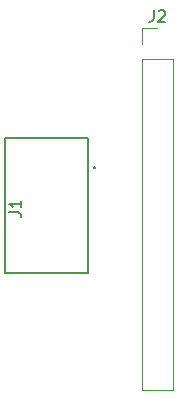
<source format=gbr>
%TF.GenerationSoftware,KiCad,Pcbnew,5.1.6-c6e7f7d~86~ubuntu18.04.1*%
%TF.CreationDate,2020-05-28T22:35:11-04:00*%
%TF.ProjectId,2020 05 FPC Breakout,32303230-2030-4352-9046-504320427265,rev?*%
%TF.SameCoordinates,Original*%
%TF.FileFunction,Legend,Top*%
%TF.FilePolarity,Positive*%
%FSLAX46Y46*%
G04 Gerber Fmt 4.6, Leading zero omitted, Abs format (unit mm)*
G04 Created by KiCad (PCBNEW 5.1.6-c6e7f7d~86~ubuntu18.04.1) date 2020-05-28 22:35:11*
%MOMM*%
%LPD*%
G01*
G04 APERTURE LIST*
%ADD10C,0.120000*%
%ADD11C,0.150000*%
G04 APERTURE END LIST*
D10*
%TO.C,J2*%
X141614000Y-74636500D02*
X142944000Y-74636500D01*
X141614000Y-75966500D02*
X141614000Y-74636500D01*
X141614000Y-77236500D02*
X144274000Y-77236500D01*
X144274000Y-77236500D02*
X144274000Y-105236500D01*
X141614000Y-77236500D02*
X141614000Y-105236500D01*
X141614000Y-105236500D02*
X144274000Y-105236500D01*
D11*
%TO.C,J1*%
X130048000Y-83931500D02*
X137048000Y-83931500D01*
X130048000Y-95331500D02*
X130048000Y-83931500D01*
X137048000Y-95331500D02*
X130048000Y-95331500D01*
X137048000Y-83931500D02*
X137048000Y-95331500D01*
%TO.C,J2*%
X142610666Y-73088880D02*
X142610666Y-73803166D01*
X142563047Y-73946023D01*
X142467809Y-74041261D01*
X142324952Y-74088880D01*
X142229714Y-74088880D01*
X143039238Y-73184119D02*
X143086857Y-73136500D01*
X143182095Y-73088880D01*
X143420190Y-73088880D01*
X143515428Y-73136500D01*
X143563047Y-73184119D01*
X143610666Y-73279357D01*
X143610666Y-73374595D01*
X143563047Y-73517452D01*
X142991619Y-74088880D01*
X143610666Y-74088880D01*
%TO.C,J1*%
X130400380Y-90214833D02*
X131114666Y-90214833D01*
X131257523Y-90262452D01*
X131352761Y-90357690D01*
X131400380Y-90500547D01*
X131400380Y-90595785D01*
X131400380Y-89214833D02*
X131400380Y-89786261D01*
X131400380Y-89500547D02*
X130400380Y-89500547D01*
X130543238Y-89595785D01*
X130638476Y-89691023D01*
X130686095Y-89786261D01*
X137555142Y-86431500D02*
X137602761Y-86383880D01*
X137650380Y-86431500D01*
X137602761Y-86479119D01*
X137555142Y-86431500D01*
X137650380Y-86431500D01*
%TD*%
M02*

</source>
